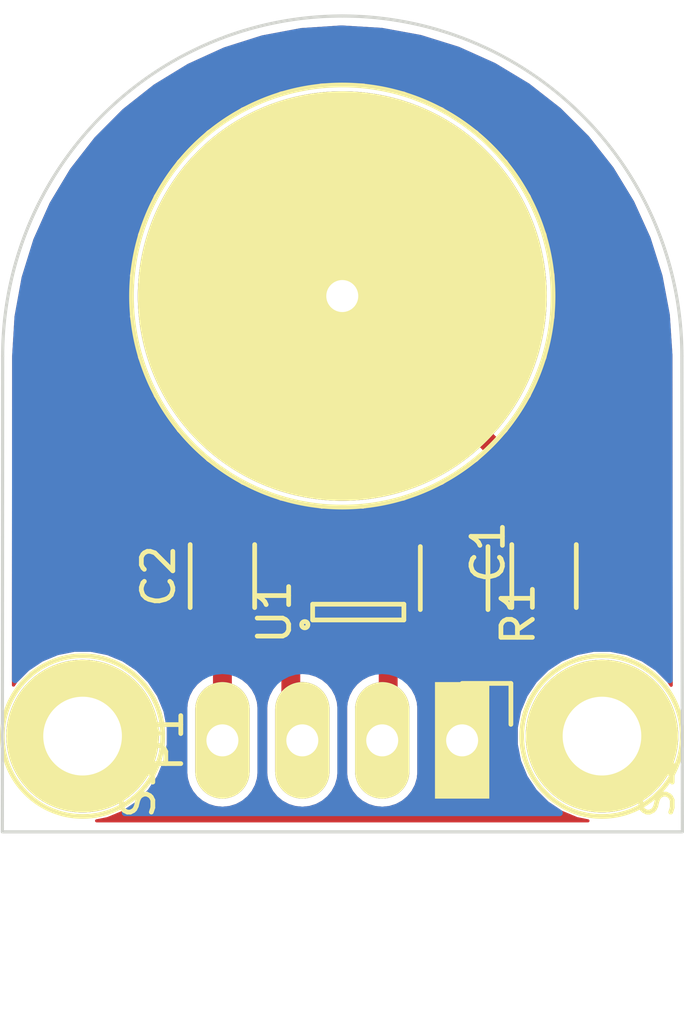
<source format=kicad_pcb>
(kicad_pcb (version 20171130) (host pcbnew 5.0.2-bee76a0~70~ubuntu18.04.1)

  (general
    (thickness 0.8)
    (drawings 5)
    (tracks 19)
    (zones 0)
    (modules 8)
    (nets 7)
  )

  (page A4)
  (title_block
    (title "Capasitive sensor for fpga")
    (date 2017-01-21)
    (rev 0,1)
    (company Holotronic)
  )

  (layers
    (0 F.Cu signal)
    (31 B.Cu signal)
    (32 B.Adhes user)
    (33 F.Adhes user)
    (34 B.Paste user)
    (35 F.Paste user)
    (36 B.SilkS user)
    (37 F.SilkS user)
    (38 B.Mask user)
    (39 F.Mask user)
    (40 Dwgs.User user)
    (41 Cmts.User user)
    (42 Eco1.User user)
    (43 Eco2.User user)
    (44 Edge.Cuts user)
    (45 Margin user)
    (46 B.CrtYd user)
    (47 F.CrtYd user)
    (48 B.Fab user)
    (49 F.Fab user)
  )

  (setup
    (last_trace_width 0.6)
    (trace_clearance 0.2)
    (zone_clearance 0.25)
    (zone_45_only no)
    (trace_min 0.6)
    (segment_width 0.2)
    (edge_width 0.1)
    (via_size 0.6)
    (via_drill 0.4)
    (via_min_size 0.4)
    (via_min_drill 0.3)
    (uvia_size 0.3)
    (uvia_drill 0.1)
    (uvias_allowed no)
    (uvia_min_size 0.2)
    (uvia_min_drill 0.1)
    (pcb_text_width 0.3)
    (pcb_text_size 1.5 1.5)
    (mod_edge_width 0.15)
    (mod_text_size 1 1)
    (mod_text_width 0.15)
    (pad_size 4.85 4.85)
    (pad_drill 2.5)
    (pad_to_mask_clearance 0)
    (solder_mask_min_width 0.25)
    (aux_axis_origin 27.305 45.72)
    (grid_origin 27.305 45.72)
    (visible_elements FFFFFFFF)
    (pcbplotparams
      (layerselection 0x010f0_ffffffff)
      (usegerberextensions true)
      (usegerberattributes false)
      (usegerberadvancedattributes false)
      (creategerberjobfile false)
      (excludeedgelayer true)
      (linewidth 0.100000)
      (plotframeref false)
      (viasonmask false)
      (mode 1)
      (useauxorigin false)
      (hpglpennumber 1)
      (hpglpenspeed 20)
      (hpglpendiameter 15.000000)
      (psnegative false)
      (psa4output false)
      (plotreference true)
      (plotvalue true)
      (plotinvisibletext false)
      (padsonsilk true)
      (subtractmaskfromsilk false)
      (outputformat 1)
      (mirror false)
      (drillshape 0)
      (scaleselection 1)
      (outputdirectory "gerbers6/"))
  )

  (net 0 "")
  (net 1 "Net-(C1-Pad1)")
  (net 2 GND)
  (net 3 VCC)
  (net 4 "Net-(P1-Pad2)")
  (net 5 "Net-(P1-Pad3)")
  (net 6 "Net-(R1-Pad2)")

  (net_class Default "This is the default net class."
    (clearance 0.2)
    (trace_width 0.6)
    (via_dia 0.6)
    (via_drill 0.4)
    (uvia_dia 0.3)
    (uvia_drill 0.1)
    (diff_pair_gap 0.25)
    (diff_pair_width 0.6)
    (add_net GND)
    (add_net "Net-(C1-Pad1)")
    (add_net "Net-(P1-Pad2)")
    (add_net "Net-(P1-Pad3)")
    (add_net "Net-(R1-Pad2)")
    (add_net VCC)
  )

  (module touch:Screw_2.5mm (layer F.Cu) (tedit 589E1F2E) (tstamp 589FE2B0)
    (at 29.845 43.18 90)
    (descr "module 1 pin (ou trou mecanique de percage)")
    (tags DEV)
    (path /587DAB5C)
    (fp_text reference S1 (at -1.651 1.778 90) (layer F.SilkS)
      (effects (font (size 1 1) (thickness 0.15)))
    )
    (fp_text value Screw (at -0.254 -1.524 90) (layer F.Fab)
      (effects (font (size 1 1) (thickness 0.15)))
    )
    (fp_line (start 1 0) (end -1 0) (layer F.SilkS) (width 0.15))
    (fp_line (start 0 -1) (end 0 1) (layer F.SilkS) (width 0.15))
    (fp_circle (center 0 0) (end 0 -2.55) (layer F.SilkS) (width 0.15))
    (pad 1 thru_hole circle (at 0 0 90) (size 4.85 4.85) (drill 2.5) (layers *.Cu *.Mask F.SilkS))
  )

  (module Capacitors_SMD:C_1206 (layer F.Cu) (tedit 58848921) (tstamp 587DB0B4)
    (at 44.5135 38.1 270)
    (descr "Capacitor SMD 1206, reflow soldering, AVX (see smccp.pdf)")
    (tags "capacitor 1206")
    (path /587DABD1)
    (attr smd)
    (fp_text reference C1 (at -0.762 1.778 270) (layer F.SilkS)
      (effects (font (size 1 1) (thickness 0.15)))
    )
    (fp_text value 10p (at -3.175 1.778 270) (layer F.Fab)
      (effects (font (size 1 1) (thickness 0.15)))
    )
    (fp_line (start -2.3 -1.15) (end 2.3 -1.15) (layer F.CrtYd) (width 0.05))
    (fp_line (start -2.3 1.15) (end 2.3 1.15) (layer F.CrtYd) (width 0.05))
    (fp_line (start -2.3 -1.15) (end -2.3 1.15) (layer F.CrtYd) (width 0.05))
    (fp_line (start 2.3 -1.15) (end 2.3 1.15) (layer F.CrtYd) (width 0.05))
    (fp_line (start 1 -1.025) (end -1 -1.025) (layer F.SilkS) (width 0.15))
    (fp_line (start -1 1.025) (end 1 1.025) (layer F.SilkS) (width 0.15))
    (pad 1 smd rect (at -1.5 0 270) (size 1 1.6) (layers F.Cu F.Paste F.Mask)
      (net 1 "Net-(C1-Pad1)"))
    (pad 2 smd rect (at 1.5 0 270) (size 1 1.6) (layers F.Cu F.Paste F.Mask)
      (net 2 GND))
    (model Capacitors_SMD.3dshapes/C_1206.wrl
      (at (xyz 0 0 0))
      (scale (xyz 1 1 1))
      (rotate (xyz 0 0 0))
    )
  )

  (module Capacitors_SMD:C_1206 (layer F.Cu) (tedit 58848908) (tstamp 587DB0BA)
    (at 34.29 38.1 90)
    (descr "Capacitor SMD 1206, reflow soldering, AVX (see smccp.pdf)")
    (tags "capacitor 1206")
    (path /587D87A0)
    (attr smd)
    (fp_text reference C2 (at 0 -2.032 90) (layer F.SilkS)
      (effects (font (size 1 1) (thickness 0.15)))
    )
    (fp_text value 0,1u (at 2.794 -2.032 90) (layer F.Fab)
      (effects (font (size 1 1) (thickness 0.15)))
    )
    (fp_line (start -2.3 -1.15) (end 2.3 -1.15) (layer F.CrtYd) (width 0.05))
    (fp_line (start -2.3 1.15) (end 2.3 1.15) (layer F.CrtYd) (width 0.05))
    (fp_line (start -2.3 -1.15) (end -2.3 1.15) (layer F.CrtYd) (width 0.05))
    (fp_line (start 2.3 -1.15) (end 2.3 1.15) (layer F.CrtYd) (width 0.05))
    (fp_line (start 1 -1.025) (end -1 -1.025) (layer F.SilkS) (width 0.15))
    (fp_line (start -1 1.025) (end 1 1.025) (layer F.SilkS) (width 0.15))
    (pad 1 smd rect (at -1.5 0 90) (size 1 1.6) (layers F.Cu F.Paste F.Mask)
      (net 3 VCC))
    (pad 2 smd rect (at 1.5 0 90) (size 1 1.6) (layers F.Cu F.Paste F.Mask)
      (net 2 GND))
    (model Capacitors_SMD.3dshapes/C_1206.wrl
      (at (xyz 0 0 0))
      (scale (xyz 1 1 1))
      (rotate (xyz 0 0 0))
    )
  )

  (module Resistors_SMD:R_1206 (layer F.Cu) (tedit 58848944) (tstamp 587DB0CD)
    (at 41.656 38.1635 90)
    (descr "Resistor SMD 1206, reflow soldering, Vishay (see dcrcw.pdf)")
    (tags "resistor 1206")
    (path /587DAB17)
    (attr smd)
    (fp_text reference R1 (at -1.143 2.032 90) (layer F.SilkS)
      (effects (font (size 1 1) (thickness 0.15)))
    )
    (fp_text value 2k (at 1.016 2.032 90) (layer F.Fab)
      (effects (font (size 1 1) (thickness 0.15)))
    )
    (fp_line (start -2.2 -1.2) (end 2.2 -1.2) (layer F.CrtYd) (width 0.05))
    (fp_line (start -2.2 1.2) (end 2.2 1.2) (layer F.CrtYd) (width 0.05))
    (fp_line (start -2.2 -1.2) (end -2.2 1.2) (layer F.CrtYd) (width 0.05))
    (fp_line (start 2.2 -1.2) (end 2.2 1.2) (layer F.CrtYd) (width 0.05))
    (fp_line (start 1 1.075) (end -1 1.075) (layer F.SilkS) (width 0.15))
    (fp_line (start -1 -1.075) (end 1 -1.075) (layer F.SilkS) (width 0.15))
    (pad 1 smd rect (at -1.45 0 90) (size 0.9 1.7) (layers F.Cu F.Paste F.Mask)
      (net 1 "Net-(C1-Pad1)"))
    (pad 2 smd rect (at 1.45 0 90) (size 0.9 1.7) (layers F.Cu F.Paste F.Mask)
      (net 6 "Net-(R1-Pad2)"))
    (model Resistors_SMD.3dshapes/R_1206.wrl
      (at (xyz 0 0 0))
      (scale (xyz 1 1 1))
      (rotate (xyz 0 0 0))
    )
  )

  (module TO_SOT_Packages_SMD:SOT-23-6 (layer F.Cu) (tedit 58836FBC) (tstamp 587DB167)
    (at 38.608 39.243 90)
    (descr "6-pin SOT-23 package")
    (tags SOT-23-6)
    (path /587D8557)
    (attr smd)
    (fp_text reference U1 (at 0 -2.667 90) (layer F.SilkS)
      (effects (font (size 1 1) (thickness 0.15)))
    )
    (fp_text value 74LVC2G17 (at 1.524 -1.524 270) (layer F.Fab)
      (effects (font (size 1 1) (thickness 0.15)))
    )
    (fp_circle (center -0.4 -1.7) (end -0.3 -1.7) (layer F.SilkS) (width 0.15))
    (fp_line (start 0.25 -1.45) (end -0.25 -1.45) (layer F.SilkS) (width 0.15))
    (fp_line (start 0.25 1.45) (end 0.25 -1.45) (layer F.SilkS) (width 0.15))
    (fp_line (start -0.25 1.45) (end 0.25 1.45) (layer F.SilkS) (width 0.15))
    (fp_line (start -0.25 -1.45) (end -0.25 1.45) (layer F.SilkS) (width 0.15))
    (pad 1 smd rect (at -1.1 -0.95 90) (size 1.06 0.65) (layers F.Cu F.Paste F.Mask)
      (net 1 "Net-(C1-Pad1)"))
    (pad 2 smd rect (at -1.1 0 90) (size 1.06 0.65) (layers F.Cu F.Paste F.Mask)
      (net 2 GND))
    (pad 3 smd rect (at -1.1 0.95 90) (size 1.06 0.65) (layers F.Cu F.Paste F.Mask)
      (net 4 "Net-(P1-Pad2)"))
    (pad 4 smd rect (at 1.1 0.95 90) (size 1.06 0.65) (layers F.Cu F.Paste F.Mask)
      (net 6 "Net-(R1-Pad2)"))
    (pad 6 smd rect (at 1.1 -0.95 90) (size 1.06 0.65) (layers F.Cu F.Paste F.Mask)
      (net 5 "Net-(P1-Pad3)"))
    (pad 5 smd rect (at 1.1 0 90) (size 1.06 0.65) (layers F.Cu F.Paste F.Mask)
      (net 3 VCC))
    (model TO_SOT_Packages_SMD.3dshapes/SOT-23-6.wrl
      (at (xyz 0 0 0))
      (scale (xyz 1 1 1))
      (rotate (xyz 0 0 0))
    )
  )

  (module touch:Screw_2.5mm (layer F.Cu) (tedit 589E1F3B) (tstamp 58897DE0)
    (at 46.355 43.18 90)
    (descr "module 1 pin (ou trou mecanique de percage)")
    (tags DEV)
    (path /587DAB5C)
    (fp_text reference S1 (at -1.651 1.778 90) (layer F.SilkS)
      (effects (font (size 1 1) (thickness 0.15)))
    )
    (fp_text value Screw (at -0.254 1.524 90) (layer F.Fab)
      (effects (font (size 1 1) (thickness 0.15)))
    )
    (fp_line (start 1 0) (end -1 0) (layer F.SilkS) (width 0.15))
    (fp_line (start 0 -1) (end 0 1) (layer F.SilkS) (width 0.15))
    (fp_circle (center 0 0) (end 0 -2.55) (layer F.SilkS) (width 0.15))
    (pad 1 thru_hole circle (at 0 0 90) (size 4.85 4.85) (drill 2.5) (layers *.Cu *.Mask F.SilkS))
  )

  (module touch:Pin_Header_Straight_1x04_L (layer F.Cu) (tedit 58A5C3EE) (tstamp 5C81466E)
    (at 41.91 43.315 270)
    (descr "Through hole pin header")
    (tags "pin header")
    (path /587DACE7)
    (fp_text reference P1 (at 0 9.398 270) (layer F.SilkS)
      (effects (font (size 1 1) (thickness 0.15)))
    )
    (fp_text value CONN_01X04 (at 4.064 10.16 270) (layer F.Fab)
      (effects (font (size 1 1) (thickness 0.15)))
    )
    (fp_line (start -2.008 -1.75) (end -2.008 9.4) (layer F.CrtYd) (width 0.05))
    (fp_line (start 2.032 -1.75) (end 2.032 9.4) (layer F.CrtYd) (width 0.05))
    (fp_line (start -2.008 -1.75) (end 2.032 -1.75) (layer F.CrtYd) (width 0.05))
    (fp_line (start -2.008 9.4) (end 2.032 9.4) (layer F.CrtYd) (width 0.05))
    (fp_line (start -1.808 -1.55) (end -1.808 0) (layer F.SilkS) (width 0.15))
    (fp_line (start -0.508 -1.55) (end -1.808 -1.55) (layer F.SilkS) (width 0.15))
    (pad 1 thru_hole rect (at 0 0 270) (size 3.7 1.7272) (drill 1.016) (layers *.Cu *.Mask F.SilkS)
      (net 2 GND))
    (pad 2 thru_hole oval (at 0 2.54 270) (size 3.7 1.7272) (drill 1.016) (layers *.Cu *.Mask F.SilkS)
      (net 4 "Net-(P1-Pad2)"))
    (pad 3 thru_hole oval (at 0 5.08 270) (size 3.7 1.7272) (drill 1.016) (layers *.Cu *.Mask F.SilkS)
      (net 5 "Net-(P1-Pad3)"))
    (pad 4 thru_hole oval (at 0 7.62 270) (size 3.7 1.7272) (drill 1.016) (layers *.Cu *.Mask F.SilkS)
      (net 3 VCC))
    (model Pin_Headers.3dshapes/Pin_Header_Straight_1x04.wrl
      (at (xyz 0 0 0))
      (scale (xyz 1 1 1))
      (rotate (xyz 0 0 0))
    )
  )

  (module touch:1pin_pad-round_s (layer F.Cu) (tedit 589E2BB3) (tstamp 58A875B7)
    (at 38.1 29.21 90)
    (descr "module 1 pin (ou trou mecanique de percage)")
    (tags DEV)
    (path /587DAB5C)
    (fp_text reference P2 (at 3.175 0 90) (layer F.SilkS)
      (effects (font (size 1 1) (thickness 0.15)))
    )
    (fp_text value Sense_Pad (at 5.08 -2.794 90) (layer F.Fab)
      (effects (font (size 1 1) (thickness 0.15)))
    )
    (fp_circle (center 0 0) (end 0 -6.7) (layer F.SilkS) (width 0.15))
    (pad 1 thru_hole circle (at 0 0 90) (size 13 13) (drill 1.016) (layers *.Cu *.Mask F.SilkS)
      (net 1 "Net-(C1-Pad1)"))
  )

  (gr_arc (start 38.1 31.115) (end 27.305 31.115) (angle 90) (layer Edge.Cuts) (width 0.1))
  (gr_arc (start 38.1 31.115) (end 38.1 20.32) (angle 90) (layer Edge.Cuts) (width 0.1))
  (gr_line (start 27.305 31.115) (end 27.29484 46.22038) (angle 90) (layer Edge.Cuts) (width 0.1))
  (gr_line (start 48.91024 46.21784) (end 48.895 31.115) (angle 90) (layer Edge.Cuts) (width 0.1))
  (gr_line (start 27.305 46.22) (end 48.895 46.22) (angle 90) (layer Edge.Cuts) (width 0.1))

  (segment (start 44.5135 36.6) (end 44.5135 35.6235) (width 0.6) (layer F.Cu) (net 1))
  (segment (start 44.5135 35.6235) (end 38.1 29.21) (width 0.6) (layer F.Cu) (net 1) (tstamp 589FE520))
  (segment (start 41.656 39.6135) (end 41.656 39.4575) (width 0.6) (layer F.Cu) (net 1))
  (segment (start 41.656 39.4575) (end 44.5135 36.6) (width 0.6) (layer F.Cu) (net 1) (tstamp 589FE51D))
  (segment (start 41.69778 39.26078) (end 41.9735 39.5365) (width 0.6) (layer F.Cu) (net 1))
  (segment (start 37.635 39.479598) (end 37.853818 39.26078) (width 0.6) (layer F.Cu) (net 1))
  (segment (start 37.853818 39.26078) (end 41.69778 39.26078) (width 0.6) (layer F.Cu) (net 1))
  (segment (start 37.635 40.32) (end 37.635 39.479598) (width 0.6) (layer F.Cu) (net 1))
  (segment (start 34.29 43.815) (end 34.29 39.6) (width 0.6) (layer F.Cu) (net 3))
  (segment (start 38.608 37.013) (end 38.61308 37.00792) (width 0.6) (layer F.Cu) (net 3))
  (segment (start 38.608 38.143) (end 38.608 37.013) (width 0.6) (layer F.Cu) (net 3))
  (segment (start 36.88208 37.00792) (end 34.29 39.6) (width 0.6) (layer F.Cu) (net 3))
  (segment (start 38.61308 37.00792) (end 36.88208 37.00792) (width 0.6) (layer F.Cu) (net 3))
  (segment (start 39.5605 42.799) (end 39.558 40.343) (width 0.6) (layer F.Cu) (net 4) (tstamp 587DB768) (status 20))
  (segment (start 37.658 38.143) (end 36.465 39.336) (width 0.6) (layer F.Cu) (net 5))
  (segment (start 36.465 43.45) (end 36.83 43.815) (width 0.6) (layer F.Cu) (net 5))
  (segment (start 36.465 39.336) (end 36.465 43.45) (width 0.6) (layer F.Cu) (net 5))
  (segment (start 39.558 38.143) (end 40.29 38.143) (width 0.6) (layer F.Cu) (net 6))
  (segment (start 40.29 38.143) (end 41.656 36.7135) (width 0.6) (layer F.Cu) (net 6) (tstamp 589FE4F3) (status 20))

  (zone (net 2) (net_name GND) (layer F.Cu) (tstamp 5C83EA8E) (hatch edge 0.508)
    (connect_pads (clearance 0.25))
    (min_thickness 0.1)
    (fill yes (arc_segments 32) (thermal_gap 0.104) (thermal_bridge_width 0.74))
    (polygon
      (pts
        (xy 48.917059 20.79244) (xy 48.917059 46.19244) (xy 27.327059 46.19244) (xy 27.327059 20.28444) (xy 48.917059 20.28444)
      )
    )
    (filled_polygon
      (pts
        (xy 39.354756 20.74628) (xy 40.59133 20.972119) (xy 41.791824 21.344883) (xy 42.938832 21.859166) (xy 44.015749 22.507523)
        (xy 45.006985 23.280569) (xy 45.89816 24.16709) (xy 46.676381 25.154258) (xy 47.330371 26.227773) (xy 47.850655 27.372076)
        (xy 48.229697 28.570596) (xy 48.462007 29.805971) (xy 48.544882 31.070396) (xy 48.545001 31.115862) (xy 48.555549 41.568483)
        (xy 48.471646 41.442914) (xy 48.092086 41.063354) (xy 47.645771 40.765136) (xy 47.149853 40.55972) (xy 46.623389 40.455)
        (xy 46.086611 40.455) (xy 45.560147 40.55972) (xy 45.064229 40.765136) (xy 44.617914 41.063354) (xy 44.238354 41.442914)
        (xy 43.940136 41.889229) (xy 43.73472 42.385147) (xy 43.63 42.911611) (xy 43.63 43.448389) (xy 43.73472 43.974853)
        (xy 43.940136 44.470771) (xy 44.238354 44.917086) (xy 44.617914 45.296646) (xy 45.064229 45.594864) (xy 45.560147 45.80028)
        (xy 45.910654 45.87) (xy 30.289346 45.87) (xy 30.639853 45.80028) (xy 31.135771 45.594864) (xy 31.582086 45.296646)
        (xy 31.961646 44.917086) (xy 32.259864 44.470771) (xy 32.46528 43.974853) (xy 32.57 43.448389) (xy 32.57 42.911611)
        (xy 32.46528 42.385147) (xy 32.259864 41.889229) (xy 31.961646 41.442914) (xy 31.582086 41.063354) (xy 31.135771 40.765136)
        (xy 30.639853 40.55972) (xy 30.113389 40.455) (xy 29.576611 40.455) (xy 29.050147 40.55972) (xy 28.554229 40.765136)
        (xy 28.107914 41.063354) (xy 27.728354 41.442914) (xy 27.647972 41.563214) (xy 27.651116 36.8885) (xy 33.336 36.8885)
        (xy 33.336 37.115168) (xy 33.341918 37.14492) (xy 33.353527 37.172947) (xy 33.370381 37.19817) (xy 33.391831 37.21962)
        (xy 33.417054 37.236473) (xy 33.44508 37.248082) (xy 33.474833 37.254) (xy 33.9315 37.254) (xy 33.97 37.2155)
        (xy 33.97 36.85) (xy 34.61 36.85) (xy 34.61 37.2155) (xy 34.6485 37.254) (xy 35.105167 37.254)
        (xy 35.13492 37.248082) (xy 35.162946 37.236473) (xy 35.188169 37.21962) (xy 35.209619 37.19817) (xy 35.226473 37.172947)
        (xy 35.238082 37.14492) (xy 35.244 37.115168) (xy 35.244 36.8885) (xy 35.2055 36.85) (xy 34.61 36.85)
        (xy 33.97 36.85) (xy 33.3745 36.85) (xy 33.336 36.8885) (xy 27.651116 36.8885) (xy 27.651656 36.084832)
        (xy 33.336 36.084832) (xy 33.336 36.3115) (xy 33.3745 36.35) (xy 33.97 36.35) (xy 33.97 35.9845)
        (xy 34.61 35.9845) (xy 34.61 36.35) (xy 35.2055 36.35) (xy 35.244 36.3115) (xy 35.244 36.084832)
        (xy 35.238082 36.05508) (xy 35.226473 36.027053) (xy 35.209619 36.00183) (xy 35.188169 35.98038) (xy 35.162946 35.963527)
        (xy 35.13492 35.951918) (xy 35.105167 35.946) (xy 34.6485 35.946) (xy 34.61 35.9845) (xy 33.97 35.9845)
        (xy 33.9315 35.946) (xy 33.474833 35.946) (xy 33.44508 35.951918) (xy 33.417054 35.963527) (xy 33.391831 35.98038)
        (xy 33.370381 36.00183) (xy 33.353527 36.027053) (xy 33.341918 36.05508) (xy 33.336 36.084832) (xy 27.651656 36.084832)
        (xy 27.654992 31.125671) (xy 27.73128 29.860244) (xy 27.957119 28.62367) (xy 27.983019 28.540258) (xy 31.3 28.540258)
        (xy 31.3 29.879742) (xy 31.56132 31.193487) (xy 32.073918 32.431008) (xy 32.818095 33.544747) (xy 33.765253 34.491905)
        (xy 34.878992 35.236082) (xy 36.116513 35.74868) (xy 37.430258 36.01) (xy 38.769742 36.01) (xy 40.083487 35.74868)
        (xy 41.321008 35.236082) (xy 42.434747 34.491905) (xy 42.484062 34.44259) (xy 43.840021 35.798549) (xy 43.7135 35.798549)
        (xy 43.65469 35.804341) (xy 43.59814 35.821496) (xy 43.546023 35.849353) (xy 43.500342 35.886842) (xy 43.462853 35.932523)
        (xy 43.434996 35.98464) (xy 43.417841 36.04119) (xy 43.412049 36.1) (xy 43.412049 36.852923) (xy 41.604193 38.66078)
        (xy 40.594115 38.66078) (xy 40.624955 38.644296) (xy 40.630273 38.639932) (xy 40.636252 38.636559) (xy 40.675866 38.602514)
        (xy 40.716317 38.569317) (xy 40.739444 38.541137) (xy 41.767825 37.464951) (xy 42.506 37.464951) (xy 42.56481 37.459159)
        (xy 42.62136 37.442004) (xy 42.673477 37.414147) (xy 42.719158 37.376658) (xy 42.756647 37.330977) (xy 42.784504 37.27886)
        (xy 42.801659 37.22231) (xy 42.807451 37.1635) (xy 42.807451 36.2635) (xy 42.801659 36.20469) (xy 42.784504 36.14814)
        (xy 42.756647 36.096023) (xy 42.719158 36.050342) (xy 42.673477 36.012853) (xy 42.62136 35.984996) (xy 42.56481 35.967841)
        (xy 42.506 35.962049) (xy 40.806 35.962049) (xy 40.74719 35.967841) (xy 40.69064 35.984996) (xy 40.638523 36.012853)
        (xy 40.592842 36.050342) (xy 40.555353 36.096023) (xy 40.527496 36.14814) (xy 40.510341 36.20469) (xy 40.504549 36.2635)
        (xy 40.504549 37.050004) (xy 40.130391 37.441556) (xy 40.096158 37.399842) (xy 40.050477 37.362353) (xy 39.99836 37.334496)
        (xy 39.94181 37.317341) (xy 39.883 37.311549) (xy 39.233 37.311549) (xy 39.208 37.314011) (xy 39.208 37.08897)
        (xy 39.215983 37.00792) (xy 39.204398 36.890299) (xy 39.17009 36.777199) (xy 39.114376 36.672965) (xy 39.039397 36.581603)
        (xy 38.948035 36.506624) (xy 38.843801 36.45091) (xy 38.730701 36.416602) (xy 38.642554 36.40792) (xy 38.642553 36.40792)
        (xy 38.613079 36.405017) (xy 38.583606 36.40792) (xy 36.911554 36.40792) (xy 36.88208 36.405017) (xy 36.852606 36.40792)
        (xy 36.764459 36.416602) (xy 36.651359 36.45091) (xy 36.547125 36.506624) (xy 36.455763 36.581603) (xy 36.436971 36.604501)
        (xy 34.242924 38.798549) (xy 33.49 38.798549) (xy 33.43119 38.804341) (xy 33.37464 38.821496) (xy 33.322523 38.849353)
        (xy 33.276842 38.886842) (xy 33.239353 38.932523) (xy 33.211496 38.98464) (xy 33.194341 39.04119) (xy 33.188549 39.1)
        (xy 33.188549 40.1) (xy 33.194341 40.15881) (xy 33.211496 40.21536) (xy 33.239353 40.267477) (xy 33.276842 40.313158)
        (xy 33.322523 40.350647) (xy 33.37464 40.378504) (xy 33.43119 40.395659) (xy 33.49 40.401451) (xy 33.690001 40.401451)
        (xy 33.690001 41.329915) (xy 33.640412 41.356421) (xy 33.463231 41.50183) (xy 33.317822 41.679011) (xy 33.209773 41.881155)
        (xy 33.143237 42.100495) (xy 33.126401 42.271437) (xy 33.1264 44.358562) (xy 33.143236 44.529504) (xy 33.209772 44.748844)
        (xy 33.317821 44.950988) (xy 33.46323 45.12817) (xy 33.640411 45.273579) (xy 33.842555 45.381628) (xy 34.061895 45.448164)
        (xy 34.29 45.47063) (xy 34.518104 45.448164) (xy 34.737444 45.381628) (xy 34.939588 45.273579) (xy 35.11677 45.12817)
        (xy 35.262179 44.950989) (xy 35.370228 44.748845) (xy 35.436764 44.529505) (xy 35.4536 44.358563) (xy 35.4536 42.271437)
        (xy 35.436764 42.100495) (xy 35.370228 41.881155) (xy 35.262179 41.679011) (xy 35.11677 41.50183) (xy 34.939589 41.356421)
        (xy 34.89 41.329915) (xy 34.89 40.401451) (xy 35.09 40.401451) (xy 35.14881 40.395659) (xy 35.20536 40.378504)
        (xy 35.257477 40.350647) (xy 35.303158 40.313158) (xy 35.340647 40.267477) (xy 35.368504 40.21536) (xy 35.385659 40.15881)
        (xy 35.391451 40.1) (xy 35.391451 39.347076) (xy 37.031549 37.706979) (xy 37.031549 37.920923) (xy 36.061586 38.890887)
        (xy 36.038683 38.909683) (xy 35.963704 39.001046) (xy 35.90799 39.10528) (xy 35.873682 39.218379) (xy 35.873682 39.21838)
        (xy 35.862097 39.336) (xy 35.865 39.365474) (xy 35.865001 41.670264) (xy 35.857822 41.679011) (xy 35.749773 41.881155)
        (xy 35.683237 42.100495) (xy 35.666401 42.271437) (xy 35.6664 44.358562) (xy 35.683236 44.529504) (xy 35.749772 44.748844)
        (xy 35.857821 44.950988) (xy 36.00323 45.12817) (xy 36.180411 45.273579) (xy 36.382555 45.381628) (xy 36.601895 45.448164)
        (xy 36.83 45.47063) (xy 37.058104 45.448164) (xy 37.277444 45.381628) (xy 37.479588 45.273579) (xy 37.65677 45.12817)
        (xy 37.802179 44.950989) (xy 37.910228 44.748845) (xy 37.976764 44.529505) (xy 37.9936 44.358563) (xy 37.9936 42.271437)
        (xy 37.976764 42.100495) (xy 37.910228 41.881155) (xy 37.802179 41.679011) (xy 37.65677 41.50183) (xy 37.479589 41.356421)
        (xy 37.277445 41.248372) (xy 37.065 41.183928) (xy 37.065 41.008012) (xy 37.082353 41.040477) (xy 37.119842 41.086158)
        (xy 37.165523 41.123647) (xy 37.21764 41.151504) (xy 37.27419 41.168659) (xy 37.333 41.174451) (xy 37.983 41.174451)
        (xy 38.04181 41.168659) (xy 38.09836 41.151504) (xy 38.150477 41.123647) (xy 38.196158 41.086158) (xy 38.233647 41.040477)
        (xy 38.243444 41.022149) (xy 38.267833 41.027) (xy 38.407 41.027) (xy 38.4455 40.9885) (xy 38.4455 40.608)
        (xy 38.284451 40.608) (xy 38.284451 40.078) (xy 38.4455 40.078) (xy 38.4455 40.003) (xy 38.7705 40.003)
        (xy 38.7705 40.078) (xy 38.931549 40.078) (xy 38.931549 40.608) (xy 38.7705 40.608) (xy 38.7705 40.9885)
        (xy 38.809 41.027) (xy 38.948167 41.027) (xy 38.958695 41.024906) (xy 38.958911 41.237344) (xy 38.922556 41.248372)
        (xy 38.720412 41.356421) (xy 38.543231 41.50183) (xy 38.397822 41.679011) (xy 38.289773 41.881155) (xy 38.223237 42.100495)
        (xy 38.206401 42.271437) (xy 38.2064 44.358562) (xy 38.223236 44.529504) (xy 38.289772 44.748844) (xy 38.397821 44.950988)
        (xy 38.54323 45.12817) (xy 38.720411 45.273579) (xy 38.922555 45.381628) (xy 39.141895 45.448164) (xy 39.37 45.47063)
        (xy 39.598104 45.448164) (xy 39.817444 45.381628) (xy 40.019588 45.273579) (xy 40.19677 45.12817) (xy 40.342179 44.950989)
        (xy 40.450228 44.748845) (xy 40.516764 44.529505) (xy 40.5336 44.358563) (xy 40.5336 43.6735) (xy 40.8924 43.6735)
        (xy 40.8924 45.180168) (xy 40.898318 45.20992) (xy 40.909927 45.237947) (xy 40.926781 45.26317) (xy 40.948231 45.28462)
        (xy 40.973454 45.301473) (xy 41.00148 45.313082) (xy 41.031233 45.319) (xy 41.5515 45.319) (xy 41.59 45.2805)
        (xy 41.59 43.635) (xy 42.23 43.635) (xy 42.23 45.2805) (xy 42.2685 45.319) (xy 42.788767 45.319)
        (xy 42.81852 45.313082) (xy 42.846546 45.301473) (xy 42.871769 45.28462) (xy 42.893219 45.26317) (xy 42.910073 45.237947)
        (xy 42.921682 45.20992) (xy 42.9276 45.180168) (xy 42.9276 43.6735) (xy 42.8891 43.635) (xy 42.23 43.635)
        (xy 41.59 43.635) (xy 40.9309 43.635) (xy 40.8924 43.6735) (xy 40.5336 43.6735) (xy 40.5336 42.271437)
        (xy 40.516764 42.100495) (xy 40.450228 41.881155) (xy 40.342179 41.679011) (xy 40.19677 41.50183) (xy 40.159148 41.470954)
        (xy 40.159127 41.449832) (xy 40.8924 41.449832) (xy 40.8924 42.9565) (xy 40.9309 42.995) (xy 41.59 42.995)
        (xy 41.59 41.3495) (xy 42.23 41.3495) (xy 42.23 42.995) (xy 42.8891 42.995) (xy 42.9276 42.9565)
        (xy 42.9276 41.449832) (xy 42.921682 41.42008) (xy 42.910073 41.392053) (xy 42.893219 41.36683) (xy 42.871769 41.34538)
        (xy 42.846546 41.328527) (xy 42.81852 41.316918) (xy 42.788767 41.311) (xy 42.2685 41.311) (xy 42.23 41.3495)
        (xy 41.59 41.3495) (xy 41.5515 41.311) (xy 41.031233 41.311) (xy 41.00148 41.316918) (xy 40.973454 41.328527)
        (xy 40.948231 41.34538) (xy 40.926781 41.36683) (xy 40.909927 41.392053) (xy 40.898318 41.42008) (xy 40.8924 41.449832)
        (xy 40.159127 41.449832) (xy 40.158662 40.993677) (xy 40.161504 40.98836) (xy 40.178659 40.93181) (xy 40.184451 40.873)
        (xy 40.184451 39.86078) (xy 40.504549 39.86078) (xy 40.504549 40.0635) (xy 40.510341 40.12231) (xy 40.527496 40.17886)
        (xy 40.555353 40.230977) (xy 40.592842 40.276658) (xy 40.638523 40.314147) (xy 40.69064 40.342004) (xy 40.74719 40.359159)
        (xy 40.806 40.364951) (xy 42.506 40.364951) (xy 42.56481 40.359159) (xy 42.62136 40.342004) (xy 42.673477 40.314147)
        (xy 42.719158 40.276658) (xy 42.756647 40.230977) (xy 42.784504 40.17886) (xy 42.801659 40.12231) (xy 42.807451 40.0635)
        (xy 42.807451 39.8885) (xy 43.5595 39.8885) (xy 43.5595 40.115168) (xy 43.565418 40.14492) (xy 43.577027 40.172947)
        (xy 43.593881 40.19817) (xy 43.615331 40.21962) (xy 43.640554 40.236473) (xy 43.66858 40.248082) (xy 43.698333 40.254)
        (xy 44.155 40.254) (xy 44.1935 40.2155) (xy 44.1935 39.85) (xy 44.8335 39.85) (xy 44.8335 40.2155)
        (xy 44.872 40.254) (xy 45.328667 40.254) (xy 45.35842 40.248082) (xy 45.386446 40.236473) (xy 45.411669 40.21962)
        (xy 45.433119 40.19817) (xy 45.449973 40.172947) (xy 45.461582 40.14492) (xy 45.4675 40.115168) (xy 45.4675 39.8885)
        (xy 45.429 39.85) (xy 44.8335 39.85) (xy 44.1935 39.85) (xy 43.598 39.85) (xy 43.5595 39.8885)
        (xy 42.807451 39.8885) (xy 42.807451 39.1635) (xy 42.806651 39.155376) (xy 42.877195 39.084832) (xy 43.5595 39.084832)
        (xy 43.5595 39.3115) (xy 43.598 39.35) (xy 44.1935 39.35) (xy 44.1935 38.9845) (xy 44.8335 38.9845)
        (xy 44.8335 39.35) (xy 45.429 39.35) (xy 45.4675 39.3115) (xy 45.4675 39.084832) (xy 45.461582 39.05508)
        (xy 45.449973 39.027053) (xy 45.433119 39.00183) (xy 45.411669 38.98038) (xy 45.386446 38.963527) (xy 45.35842 38.951918)
        (xy 45.328667 38.946) (xy 44.872 38.946) (xy 44.8335 38.9845) (xy 44.1935 38.9845) (xy 44.155 38.946)
        (xy 43.698333 38.946) (xy 43.66858 38.951918) (xy 43.640554 38.963527) (xy 43.615331 38.98038) (xy 43.593881 39.00183)
        (xy 43.577027 39.027053) (xy 43.565418 39.05508) (xy 43.5595 39.084832) (xy 42.877195 39.084832) (xy 44.560577 37.401451)
        (xy 45.3135 37.401451) (xy 45.37231 37.395659) (xy 45.42886 37.378504) (xy 45.480977 37.350647) (xy 45.526658 37.313158)
        (xy 45.564147 37.267477) (xy 45.592004 37.21536) (xy 45.609159 37.15881) (xy 45.614951 37.1) (xy 45.614951 36.1)
        (xy 45.609159 36.04119) (xy 45.592004 35.98464) (xy 45.564147 35.932523) (xy 45.526658 35.886842) (xy 45.480977 35.849353)
        (xy 45.42886 35.821496) (xy 45.37231 35.804341) (xy 45.3135 35.798549) (xy 45.1135 35.798549) (xy 45.1135 35.652974)
        (xy 45.116403 35.6235) (xy 45.104818 35.505879) (xy 45.07051 35.392779) (xy 45.014796 35.288545) (xy 44.939817 35.197183)
        (xy 44.916919 35.178391) (xy 43.33259 33.594062) (xy 43.381905 33.544747) (xy 44.126082 32.431008) (xy 44.63868 31.193487)
        (xy 44.9 29.879742) (xy 44.9 28.540258) (xy 44.63868 27.226513) (xy 44.126082 25.988992) (xy 43.381905 24.875253)
        (xy 42.434747 23.928095) (xy 41.321008 23.183918) (xy 40.083487 22.67132) (xy 38.769742 22.41) (xy 37.430258 22.41)
        (xy 36.116513 22.67132) (xy 34.878992 23.183918) (xy 33.765253 23.928095) (xy 32.818095 24.875253) (xy 32.073918 25.988992)
        (xy 31.56132 27.226513) (xy 31.3 28.540258) (xy 27.983019 28.540258) (xy 28.329883 27.423176) (xy 28.844166 26.276168)
        (xy 29.492523 25.199251) (xy 30.265569 24.208015) (xy 31.15209 23.31684) (xy 32.139258 22.538619) (xy 33.212773 21.884629)
        (xy 34.357076 21.364345) (xy 35.555596 20.985303) (xy 36.790971 20.752993) (xy 38.055396 20.670118) (xy 38.089916 20.670028)
      )
    )
  )
  (zone (net 2) (net_name GND) (layer B.Cu) (tstamp 5C83EA8B) (hatch edge 0.508)
    (connect_pads yes (clearance 0.25))
    (min_thickness 0.2)
    (fill yes (arc_segments 32) (thermal_gap 0.108) (thermal_bridge_width 0.408))
    (polygon
      (pts
        (xy 48.895 20.32) (xy 48.895 45.72) (xy 27.305 45.72) (xy 27.305 19.812) (xy 48.895 19.812)
      )
    )
    (filled_polygon
      (pts
        (xy 39.348738 20.796008) (xy 40.579379 21.020763) (xy 41.774115 21.391739) (xy 42.915622 21.903555) (xy 43.987382 22.548807)
        (xy 44.973857 23.31814) (xy 45.860757 24.200408) (xy 46.635249 25.182845) (xy 47.286102 26.25121) (xy 47.80389 27.390024)
        (xy 48.181115 28.582799) (xy 48.412311 29.812251) (xy 48.494886 31.072098) (xy 48.495001 31.116047) (xy 48.505385 41.405943)
        (xy 48.123959 41.024517) (xy 47.669455 40.720827) (xy 47.164438 40.511642) (xy 46.628314 40.405) (xy 46.081686 40.405)
        (xy 45.545562 40.511642) (xy 45.040545 40.720827) (xy 44.586041 41.024517) (xy 44.199517 41.411041) (xy 43.895827 41.865545)
        (xy 43.686642 42.370562) (xy 43.58 42.906686) (xy 43.58 43.453314) (xy 43.686642 43.989438) (xy 43.895827 44.494455)
        (xy 44.199517 44.948959) (xy 44.586041 45.335483) (xy 45.011851 45.62) (xy 31.188149 45.62) (xy 31.613959 45.335483)
        (xy 32.000483 44.948959) (xy 32.304173 44.494455) (xy 32.359444 44.361018) (xy 33.0764 44.361018) (xy 33.09396 44.539306)
        (xy 33.163355 44.768071) (xy 33.276046 44.978901) (xy 33.427703 45.163697) (xy 33.612498 45.315354) (xy 33.823328 45.428045)
        (xy 34.052093 45.49744) (xy 34.29 45.520872) (xy 34.527906 45.49744) (xy 34.756671 45.428045) (xy 34.967501 45.315354)
        (xy 35.152297 45.163697) (xy 35.303954 44.978902) (xy 35.416645 44.768072) (xy 35.48604 44.539307) (xy 35.5036 44.361019)
        (xy 35.5036 44.361018) (xy 35.6164 44.361018) (xy 35.63396 44.539306) (xy 35.703355 44.768071) (xy 35.816046 44.978901)
        (xy 35.967703 45.163697) (xy 36.152498 45.315354) (xy 36.363328 45.428045) (xy 36.592093 45.49744) (xy 36.83 45.520872)
        (xy 37.067906 45.49744) (xy 37.296671 45.428045) (xy 37.507501 45.315354) (xy 37.692297 45.163697) (xy 37.843954 44.978902)
        (xy 37.956645 44.768072) (xy 38.02604 44.539307) (xy 38.0436 44.361019) (xy 38.0436 44.361018) (xy 38.1564 44.361018)
        (xy 38.17396 44.539306) (xy 38.243355 44.768071) (xy 38.356046 44.978901) (xy 38.507703 45.163697) (xy 38.692498 45.315354)
        (xy 38.903328 45.428045) (xy 39.132093 45.49744) (xy 39.37 45.520872) (xy 39.607906 45.49744) (xy 39.836671 45.428045)
        (xy 40.047501 45.315354) (xy 40.232297 45.163697) (xy 40.383954 44.978902) (xy 40.496645 44.768072) (xy 40.56604 44.539307)
        (xy 40.5836 44.361019) (xy 40.5836 42.268981) (xy 40.56604 42.090693) (xy 40.496645 41.861928) (xy 40.383954 41.651098)
        (xy 40.232297 41.466303) (xy 40.047502 41.314646) (xy 39.836672 41.201955) (xy 39.607907 41.13256) (xy 39.37 41.109128)
        (xy 39.132094 41.13256) (xy 38.903329 41.201955) (xy 38.692499 41.314646) (xy 38.507704 41.466303) (xy 38.356047 41.651098)
        (xy 38.243356 41.861928) (xy 38.173961 42.090693) (xy 38.156401 42.268981) (xy 38.1564 44.361018) (xy 38.0436 44.361018)
        (xy 38.0436 42.268981) (xy 38.02604 42.090693) (xy 37.956645 41.861928) (xy 37.843954 41.651098) (xy 37.692297 41.466303)
        (xy 37.507502 41.314646) (xy 37.296672 41.201955) (xy 37.067907 41.13256) (xy 36.83 41.109128) (xy 36.592094 41.13256)
        (xy 36.363329 41.201955) (xy 36.152499 41.314646) (xy 35.967704 41.466303) (xy 35.816047 41.651098) (xy 35.703356 41.861928)
        (xy 35.633961 42.090693) (xy 35.616401 42.268981) (xy 35.6164 44.361018) (xy 35.5036 44.361018) (xy 35.5036 42.268981)
        (xy 35.48604 42.090693) (xy 35.416645 41.861928) (xy 35.303954 41.651098) (xy 35.152297 41.466303) (xy 34.967502 41.314646)
        (xy 34.756672 41.201955) (xy 34.527907 41.13256) (xy 34.29 41.109128) (xy 34.052094 41.13256) (xy 33.823329 41.201955)
        (xy 33.612499 41.314646) (xy 33.427704 41.466303) (xy 33.276047 41.651098) (xy 33.163356 41.861928) (xy 33.093961 42.090693)
        (xy 33.076401 42.268981) (xy 33.0764 44.361018) (xy 32.359444 44.361018) (xy 32.513358 43.989438) (xy 32.62 43.453314)
        (xy 32.62 42.906686) (xy 32.513358 42.370562) (xy 32.304173 41.865545) (xy 32.000483 41.411041) (xy 31.613959 41.024517)
        (xy 31.159455 40.720827) (xy 30.654438 40.511642) (xy 30.118314 40.405) (xy 29.571686 40.405) (xy 29.035562 40.511642)
        (xy 28.530545 40.720827) (xy 28.076041 41.024517) (xy 27.69808 41.402478) (xy 27.704992 31.127182) (xy 27.781008 29.866262)
        (xy 28.005763 28.635621) (xy 28.036902 28.535334) (xy 31.25 28.535334) (xy 31.25 29.884666) (xy 31.513242 31.208071)
        (xy 32.029609 32.454692) (xy 32.779258 33.57662) (xy 33.73338 34.530742) (xy 34.855308 35.280391) (xy 36.101929 35.796758)
        (xy 37.425334 36.06) (xy 38.774666 36.06) (xy 40.098071 35.796758) (xy 41.344692 35.280391) (xy 42.46662 34.530742)
        (xy 43.420742 33.57662) (xy 44.170391 32.454692) (xy 44.686758 31.208071) (xy 44.95 29.884666) (xy 44.95 28.535334)
        (xy 44.686758 27.211929) (xy 44.170391 25.965308) (xy 43.420742 24.84338) (xy 42.46662 23.889258) (xy 41.344692 23.139609)
        (xy 40.098071 22.623242) (xy 38.774666 22.36) (xy 37.425334 22.36) (xy 36.101929 22.623242) (xy 34.855308 23.139609)
        (xy 33.73338 23.889258) (xy 32.779258 24.84338) (xy 32.029609 25.965308) (xy 31.513242 27.211929) (xy 31.25 28.535334)
        (xy 28.036902 28.535334) (xy 28.376739 27.440885) (xy 28.888555 26.299378) (xy 29.533807 25.227618) (xy 30.30314 24.241143)
        (xy 31.185408 23.354243) (xy 32.167845 22.579751) (xy 33.23621 21.928898) (xy 34.375024 21.41111) (xy 35.567799 21.033885)
        (xy 36.797251 20.802689) (xy 38.057098 20.720114) (xy 38.088484 20.720032)
      )
    )
  )
)

</source>
